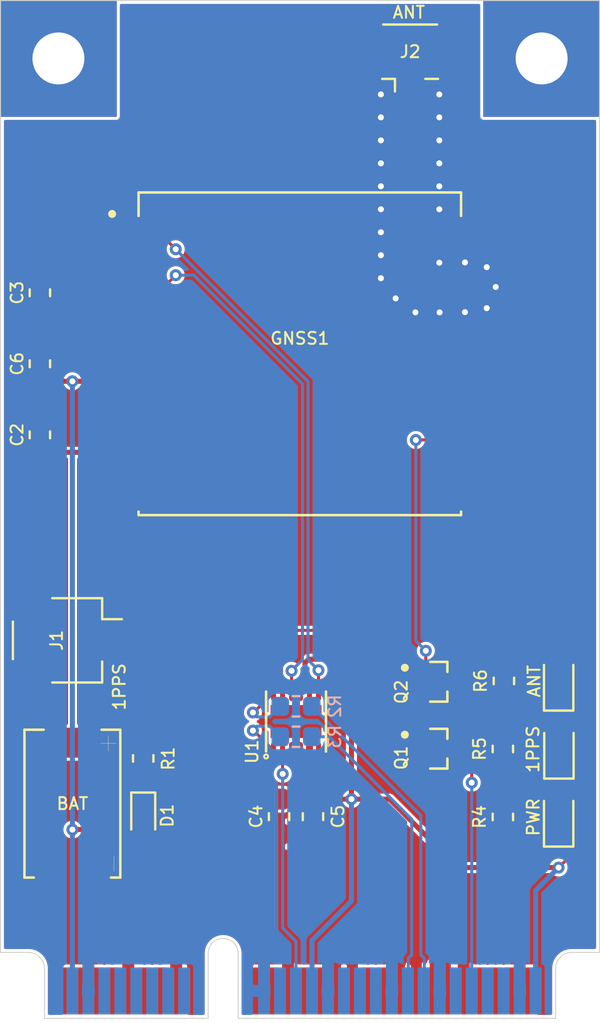
<source format=kicad_pcb>
(kicad_pcb (version 20171130) (host pcbnew "(5.1.6)-1")
  (title_block (rev 1))
  (layers (0 Front signal) (31 Back signal) (34 B.Paste user) (35 F.Paste user hide) (36 B.SilkS user) (37 F.SilkS user) (38 B.Mask user) (39 F.Mask user) (44 Edge.Cuts user))
  (net 0 "")
  (net 1 +BATT)
  (net 2 GND)
  (net 3 +3.3V)
  (net 4 "Net-(D1-Pad1)")
  (net 5 "Net-(GNSS1-Pad10)")
  (net 6 /GPS_TX)
  (net 7 /GPS_RX)
  (net 8 /1PPS)
  (net 9 /EX_ANT)
  (net 10 "Net-(GNSS1-Pad9)")
  (net 11 /AADET_N)
  (net 12 "Net-(GNSS1-Pad7)")
  (net 13 "Net-(LED1-Pad1)")
  (net 14 "Net-(LED2-Pad1)")
  (net 15 "Net-(LED3-Pad1)")
  (net 16 "Net-(PC1-Pad19)")
  (net 17 "Net-(PC1-Pad23)")
  (net 18 "Net-(PC1-Pad25)")
  (net 19 "Net-(PC1-Pad31)")
  (net 20 "Net-(PC1-Pad33)")
  (net 21 "Net-(PC1-Pad45)")
  (net 22 "Net-(PC1-Pad47)")
  (net 23 "Net-(PC1-Pad49)")
  (net 24 "Net-(PC1-Pad51)")
  (net 25 "Net-(PC1-Pad13)")
  (net 26 "Net-(PC1-Pad11)")
  (net 27 "Net-(PC1-Pad7)")
  (net 28 "Net-(PC1-Pad5)")
  (net 29 "Net-(PC1-Pad3)")
  (net 30 "Net-(PC1-Pad1)")
  (net 31 "Net-(PC1-Pad17)")
  (net 32 "Net-(PC1-Pad20)")
  (net 33 /RESET)
  (net 34 "Net-(PC1-Pad28)")
  (net 35 "Net-(PC1-Pad30)")
  (net 36 "Net-(PC1-Pad32)")
  (net 37 /USB_D-)
  (net 38 /USB_D+)
  (net 39 "Net-(PC1-Pad42)")
  (net 40 /LED_WLAN)
  (net 41 "Net-(PC1-Pad46)")
  (net 42 "Net-(PC1-Pad48)")
  (net 43 "Net-(PC1-Pad16)")
  (net 44 "Net-(PC1-Pad14)")
  (net 45 "Net-(PC1-Pad12)")
  (net 46 "Net-(PC1-Pad10)")
  (net 47 "Net-(PC1-Pad8)")
  (net 48 "Net-(PC1-Pad6)")
  (net 49 "Net-(Q2-Pad3)")
  (net 50 /FT_D+)
  (net 51 /FT_D-)
  (net 52 "Net-(U1-Pad8)")
  (net 53 "Net-(U1-Pad6)")
  (module L80:CAP_DSK-3R3H224U-HL (layer Front) (at 125.8 119.25)
    (fp_text reference C1)
    (fp_text value XH414HG hide)
    (fp_text user BAT (at 0 0 180) (layer F.SilkS) (effects (font (size 0.6 0.6) (thickness 0.1))))
    (fp_text user + (at 1.8 -3.1) (layer F.SilkS) (effects (font (size 1.004496 1.004496) (thickness 0.015))))
    (fp_text user - (at 2 3 90) (layer F.SilkS) (effects (font (size 1.004803 1.004803) (thickness 0.015))))
    (fp_line (start 2.4 -3.7) (end 1.46 -3.7) (layer F.SilkS) (width 0.127))
    (fp_line (start 2.4 3.7) (end 2.4 -3.7) (layer F.SilkS) (width 0.127))
    (fp_line (start 1.93 3.7) (end 2.4 3.7) (layer F.SilkS) (width 0.127))
    (fp_line (start -2.4 3.7) (end -1.93 3.7) (layer F.SilkS) (width 0.127))
    (fp_line (start -2.4 -3.7) (end -2.4 3.7) (layer F.SilkS) (width 0.127))
    (fp_line (start -1.44 -3.7) (end -2.4 -3.7) (layer F.SilkS) (width 0.127))
    (pad 2 smd rect (at 0 3.05) (size 3.5 1.5) (layers Front F.Paste F.Mask) (net 2 GND))
    (pad 1 smd rect (at 0 -3.05) (size 2.5 1.5) (layers Front F.Paste F.Mask) (net 1 +BATT))
  )
  (module L80:SON45P300X300X80-13N (layer Front) (at 137 115.141 90)
    (fp_text reference U1 (at -1.509 -2.2 90) (layer F.SilkS) (effects (font (size 0.6 0.6) (thickness 0.1))))
    (fp_text value FT234XD-T)
    (fp_circle (center -1.75 -1.5) (end -1.65 -1.5) (layer F.SilkS) (width 0.1))
    (fp_line (start -1.5 -1.5) (end 1.5 -1.5) (layer F.SilkS) (width 0.127))
    (fp_line (start -1.5 1.5) (end 1.5 1.5) (layer F.SilkS) (width 0.127))
    (pad 13 smd rect (at 0 0 90) (size 1.65 2.55) (layers Front F.Mask) (net 2 GND))
    (pad 12 smd oval (at 1.45 -1.125 90) (size 0.85 0.25) (layers Front F.Paste F.Mask) (net 50 /FT_D+))
    (pad 11 smd oval (at 1.45 -0.675 90) (size 0.85 0.25) (layers Front F.Paste F.Mask) (net 8 /1PPS))
    (pad 10 smd oval (at 1.45 -0.225 90) (size 0.85 0.25) (layers Front F.Paste F.Mask) (net 6 /GPS_TX))
    (pad 9 smd oval (at 1.45 0.225 90) (size 0.85 0.25) (layers Front F.Paste F.Mask) (net 3 +3.3V))
    (pad 8 smd oval (at 1.45 0.675 90) (size 0.85 0.25) (layers Front F.Paste F.Mask) (net 52 "Net-(U1-Pad8)"))
    (pad 7 smd oval (at 1.45 1.125 90) (size 0.85 0.25) (layers Front F.Paste F.Mask) (net 7 /GPS_RX))
    (pad 6 smd oval (at -1.45 1.125 90) (size 0.85 0.25) (layers Front F.Paste F.Mask) (net 53 "Net-(U1-Pad6)"))
    (pad 5 smd oval (at -1.45 0.675 90) (size 0.85 0.25) (layers Front F.Paste F.Mask) (net 2 GND))
    (pad 4 smd oval (at -1.45 0.225 90) (size 0.85 0.25) (layers Front F.Paste F.Mask) (net 3 +3.3V))
    (pad 3 smd oval (at -1.45 -0.225 90) (size 0.85 0.25) (layers Front F.Paste F.Mask) (net 3 +3.3V))
    (pad 2 smd oval (at -1.45 -0.675 90) (size 0.85 0.25) (layers Front F.Paste F.Mask) (net 33 /RESET))
    (pad 1 smd oval (at -1.45 -1.125 90) (size 0.85 0.25) (layers Front F.Paste F.Mask) (net 51 /FT_D-))
  )
  (module "mini-PCIe Cards:mini-PCIe_F1_Full_v517" (layer Front) (at 133.35 130)
    (fp_text reference PC1 hide)
    (fp_text value miniPCIe)
    (fp_arc (start 0 -3.25) (end 0.75 -3.25) (angle -180) (layer Edge.Cuts) (width 0.05))
    (fp_arc (start -9.75 -2.5) (end -8.95 -2.5) (angle -90) (layer Edge.Cuts) (width 0.05))
    (fp_arc (start 17.45 -2.5) (end 16.65 -2.5) (angle 90) (layer Edge.Cuts) (width 0.05))
    (fp_line (start 0.75 0) (end 0.75 -3.25) (layer Edge.Cuts) (width 0.05))
    (fp_line (start -8.95 0) (end -8.95 -2.5) (layer Edge.Cuts) (width 0.05))
    (fp_line (start -11.15 -3.3) (end -9.75 -3.3) (layer Edge.Cuts) (width 0.05))
    (fp_line (start 16.65 0) (end 16.65 -2.5) (layer Edge.Cuts) (width 0.05))
    (fp_line (start 17.45 -3.3) (end 18.85 -3.3) (layer Edge.Cuts) (width 0.05))
    (fp_line (start -0.75 0) (end -8.95 0) (layer Edge.Cuts) (width 0.05))
    (fp_line (start -11.15 -50.95) (end 18.85 -50.95) (layer Edge.Cuts) (width 0.05))
    (fp_line (start 18.85 -3.3) (end 18.85 -50.95) (layer Edge.Cuts) (width 0.05))
    (fp_line (start -11.15 -3.3) (end -11.15 -50.95) (layer Edge.Cuts) (width 0.05))
    (fp_line (start 0.75 0) (end 16.65 0) (layer Edge.Cuts) (width 0.05))
    (fp_line (start -0.75 0) (end -0.75 -3.25) (layer Edge.Cuts) (width 0.05))
    (fp_poly (pts (xy 18.85 -45.15) (xy 13.05 -45.15) (xy 13.05 -50.95) (xy 18.85 -50.95)) (layer Front) (width 0.05))
    (fp_poly (pts (xy -5.35 -45.15) (xy -11.15 -45.15) (xy -11.15 -50.95) (xy -5.35 -50.95)) (layer Front) (width 0.05))
    (fp_poly (pts (xy -5.35 -45.15) (xy -11.15 -45.15) (xy -11.15 -50.95) (xy -5.35 -50.95)) (layer Back) (width 0.05))
    (fp_poly (pts (xy 18.85 -45.15) (xy 13.05 -45.15) (xy 13.05 -50.95) (xy 18.85 -50.95)) (layer Back) (width 0.05))
    (pad "" np_thru_hole circle (at -8.25 -48.05) (size 2.6 2.6) (drill 2.6) (layers *.Cu))
    (pad "" np_thru_hole circle (at 15.95 -48.05) (size 2.6 2.6) (drill 2.6) (layers *.Cu))
    (pad 15 smd rect (at -2.35 -1.375) (size 0.6 2.35) (layers Front F.Mask) (net 2 GND))
    (pad 19 smd rect (at 2.45 -1.375) (size 0.6 2.35) (layers Front F.Mask) (net 16 "Net-(PC1-Pad19)"))
    (pad 21 smd rect (at 3.25 -1.375) (size 0.6 2.35) (layers Front F.Mask) (net 2 GND))
    (pad 23 smd rect (at 4.05 -1.375) (size 0.6 2.35) (layers Front F.Mask) (net 17 "Net-(PC1-Pad23)"))
    (pad 25 smd rect (at 4.85 -1.375) (size 0.6 2.35) (layers Front F.Mask) (net 18 "Net-(PC1-Pad25)"))
    (pad 27 smd rect (at 5.65 -1.375) (size 0.6 2.35) (layers Front F.Mask) (net 2 GND))
    (pad 29 smd rect (at 6.45 -1.375) (size 0.6 2.35) (layers Front F.Mask) (net 2 GND))
    (pad 31 smd rect (at 7.25 -1.375) (size 0.6 2.35) (layers Front F.Mask) (net 19 "Net-(PC1-Pad31)"))
    (pad 33 smd rect (at 8.05 -1.375) (size 0.6 2.35) (layers Front F.Mask) (net 20 "Net-(PC1-Pad33)"))
    (pad 35 smd rect (at 8.85 -1.375) (size 0.6 2.35) (layers Front F.Mask) (net 2 GND))
    (pad 37 smd rect (at 9.65 -1.375) (size 0.6 2.35) (layers Front F.Mask) (net 2 GND))
    (pad 39 smd rect (at 10.45 -1.375) (size 0.6 2.35) (layers Front F.Mask) (net 3 +3.3V))
    (pad 41 smd rect (at 11.25 -1.375) (size 0.6 2.35) (layers Front F.Mask) (net 3 +3.3V))
    (pad 43 smd rect (at 12.05 -1.375) (size 0.6 2.35) (layers Front F.Mask) (net 2 GND))
    (pad 45 smd rect (at 12.85 -1.375) (size 0.6 2.35) (layers Front F.Mask) (net 21 "Net-(PC1-Pad45)"))
    (pad 47 smd rect (at 13.65 -1.375) (size 0.6 2.35) (layers Front F.Mask) (net 22 "Net-(PC1-Pad47)"))
    (pad 49 smd rect (at 14.45 -1.375) (size 0.6 2.35) (layers Front F.Mask) (net 23 "Net-(PC1-Pad49)"))
    (pad 51 smd rect (at 15.25 -1.375) (size 0.6 2.35) (layers Front F.Mask) (net 24 "Net-(PC1-Pad51)"))
    (pad 13 smd rect (at -3.15 -1.375) (size 0.6 2.35) (layers Front F.Mask) (net 25 "Net-(PC1-Pad13)"))
    (pad 11 smd rect (at -3.95 -1.375) (size 0.6 2.35) (layers Front F.Mask) (net 26 "Net-(PC1-Pad11)"))
    (pad 9 smd rect (at -4.75 -1.375) (size 0.6 2.35) (layers Front F.Mask) (net 2 GND))
    (pad 7 smd rect (at -5.55 -1.375) (size 0.6 2.35) (layers Front F.Mask) (net 27 "Net-(PC1-Pad7)"))
    (pad 5 smd rect (at -6.35 -1.375) (size 0.6 2.35) (layers Front F.Mask) (net 28 "Net-(PC1-Pad5)"))
    (pad 3 smd rect (at -7.15 -1.375) (size 0.6 2.35) (layers Front F.Mask) (net 29 "Net-(PC1-Pad3)"))
    (pad 1 smd rect (at -7.95 -1.375) (size 0.6 2.35) (layers Front F.Mask) (net 30 "Net-(PC1-Pad1)"))
    (pad 17 smd rect (at 1.65 -1.375) (size 0.6 2.35) (layers Front F.Mask) (net 31 "Net-(PC1-Pad17)"))
    (pad 18 smd rect (at 2.05 -1.375) (size 0.6 2.35) (layers Back B.Mask) (net 2 GND))
    (pad 20 smd rect (at 2.85 -1.375) (size 0.6 2.35) (layers Back B.Mask) (net 32 "Net-(PC1-Pad20)"))
    (pad 22 smd rect (at 3.65 -1.375) (size 0.6 2.35) (layers Back B.Mask) (net 33 /RESET))
    (pad 24 smd rect (at 4.45 -1.375) (size 0.6 2.35) (layers Back B.Mask) (net 3 +3.3V))
    (pad 26 smd rect (at 5.25 -1.375) (size 0.6 2.35) (layers Back B.Mask) (net 2 GND))
    (pad 28 smd rect (at 6.05 -1.375) (size 0.6 2.35) (layers Back B.Mask) (net 34 "Net-(PC1-Pad28)"))
    (pad 30 smd rect (at 6.85 -1.375) (size 0.6 2.35) (layers Back B.Mask) (net 35 "Net-(PC1-Pad30)"))
    (pad 32 smd rect (at 7.65 -1.375) (size 0.6 2.35) (layers Back B.Mask) (net 36 "Net-(PC1-Pad32)"))
    (pad 34 smd rect (at 8.45 -1.375) (size 0.6 2.35) (layers Back B.Mask) (net 2 GND))
    (pad 36 smd rect (at 9.25 -1.375) (size 0.6 2.35) (layers Back B.Mask) (net 37 /USB_D-))
    (pad 38 smd rect (at 10.05 -1.375) (size 0.6 2.35) (layers Back B.Mask) (net 38 /USB_D+))
    (pad 40 smd rect (at 10.85 -1.375) (size 0.6 2.35) (layers Back B.Mask) (net 2 GND))
    (pad 42 smd rect (at 11.65 -1.375) (size 0.6 2.35) (layers Back B.Mask) (net 39 "Net-(PC1-Pad42)"))
    (pad 44 smd rect (at 12.45 -1.375) (size 0.6 2.35) (layers Back B.Mask) (net 40 /LED_WLAN))
    (pad 46 smd rect (at 13.25 -1.375) (size 0.6 2.35) (layers Back B.Mask) (net 41 "Net-(PC1-Pad46)"))
    (pad 48 smd rect (at 14.05 -1.375) (size 0.6 2.35) (layers Back B.Mask) (net 42 "Net-(PC1-Pad48)"))
    (pad 50 smd rect (at 14.85 -1.375) (size 0.6 2.35) (layers Back B.Mask) (net 2 GND))
    (pad 52 smd rect (at 15.65 -1.375) (size 0.6 2.35) (layers Back B.Mask) (net 3 +3.3V))
    (pad 16 smd rect (at -1.95 -1.375) (size 0.6 2.35) (layers Back B.Mask) (net 43 "Net-(PC1-Pad16)"))
    (pad 14 smd rect (at -2.75 -1.375) (size 0.6 2.35) (layers Back B.Mask) (net 44 "Net-(PC1-Pad14)"))
    (pad 12 smd rect (at -3.55 -1.375) (size 0.6 2.35) (layers Back B.Mask) (net 45 "Net-(PC1-Pad12)"))
    (pad 10 smd rect (at -4.35 -1.375) (size 0.6 2.35) (layers Back B.Mask) (net 46 "Net-(PC1-Pad10)"))
    (pad 8 smd rect (at -5.15 -1.375) (size 0.6 2.35) (layers Back B.Mask) (net 47 "Net-(PC1-Pad8)"))
    (pad 6 smd rect (at -5.95 -1.375) (size 0.6 2.35) (layers Back B.Mask) (net 48 "Net-(PC1-Pad6)"))
    (pad 4 smd rect (at -6.75 -1.375) (size 0.6 2.35) (layers Back B.Mask) (net 2 GND))
    (pad 2 smd rect (at -7.55 -1.375) (size 0.6 2.35) (layers Back B.Mask) (net 3 +3.3V))
  )
  (module Resistor_SMD:R_0603_1608Metric (layer Back) (at 137 115.903 180)
    (fp_text reference R3 (at -1.9431 0 90) (layer B.SilkS) (effects (font (size 0.6 0.6) (thickness 0.1)) (justify mirror)))
    (fp_text value 27R)
    (fp_line (start -0.162779 -0.51) (end 0.162779 -0.51) (layer B.SilkS) (width 0.12))
    (fp_line (start -0.162779 0.51) (end 0.162779 0.51) (layer B.SilkS) (width 0.12))
    (pad 1 smd roundrect (at -0.7875 0 180) (size 0.875 0.95) (layers Back B.Paste B.Mask) (net 37 /USB_D-))
    (pad 2 smd roundrect (at 0.7875 0 180) (size 0.875 0.95) (layers Back B.Paste B.Mask) (net 51 /FT_D-))
  )
  (module LED_SMD:LED_0603_1608Metric (layer Front) (at 150.166 116.512 90)
    (fp_text reference LED2 hide)
    (fp_text value 1PPS (at -0.0127 -1.2954 90) (layer F.SilkS) (effects (font (size 0.6 0.6) (thickness 0.1))))
    (fp_line (start -1.485 0.735) (end 0.8 0.735) (layer F.SilkS) (width 0.12))
    (fp_line (start -1.485 -0.735) (end -1.485 0.735) (layer F.SilkS) (width 0.12))
    (fp_line (start 0.8 -0.735) (end -1.485 -0.735) (layer F.SilkS) (width 0.12))
    (pad 1 smd roundrect (at -0.7875 0 90) (size 0.875 0.95) (layers Front F.Paste F.Mask) (net 14 "Net-(LED2-Pad1)"))
    (pad 2 smd roundrect (at 0.7875 0 90) (size 0.875 0.95) (layers Front F.Paste F.Mask) (net 3 +3.3V))
  )
  (module Connector_Coaxial:U.FL_Hirose_U.FL-R-SMT-1_Vertical (layer Front) (at 142.715 81.613 90)
    (fp_text reference J2 (at 0 0 unlocked) (layer F.SilkS) (effects (font (size 0.6 0.6) (thickness 0.1))))
    (fp_text value ANT (at 1.9675 -0.0635 180) (layer F.SilkS) (effects (font (size 0.6 0.6) (thickness 0.1))))
    (fp_line (start 1.36 -1.35) (end 1.36 1.35) (layer F.SilkS) (width 0.12))
    (fp_line (start -1.36 -0.76) (end -1.99 -0.76) (layer F.SilkS) (width 0.12))
    (fp_line (start -1.36 1.4) (end -1.36 0.76) (layer F.SilkS) (width 0.12))
    (fp_line (start -1.36 -1.4) (end -1.36 -0.76) (layer F.SilkS) (width 0.12))
    (pad 2 smd rect (at 0 1.475 90) (size 2.2 1.05) (layers Front F.Paste F.Mask) (net 2 GND))
    (pad 1 smd rect (at -1.525 0 90) (size 1.05 1) (layers Front F.Paste F.Mask) (net 9 /EX_ANT))
    (pad 2 smd rect (at 0 -1.475 90) (size 2.2 1.05) (layers Front F.Paste F.Mask) (net 2 GND))
  )
  (module L80:Q-EMT3 (layer Front) (at 144.15 113.15)
    (fp_text reference Q2 (at -1.8796 0.508 270) (layer F.SilkS) (effects (font (size 0.6 0.6) (thickness 0.1))))
    (fp_text value DTA043T)
    (fp_circle (center -1.7 -0.7) (end -1.6 -0.7) (layer F.SilkS) (width 0.2))
    (fp_line (start 0.43 0.995) (end -0.43 0.995) (layer F.SilkS) (width 0.127))
    (fp_line (start 0.43 0.495) (end 0.43 0.995) (layer F.SilkS) (width 0.127))
    (fp_line (start 0.43 -0.995) (end -0.43 -0.995) (layer F.SilkS) (width 0.127))
    (fp_line (start 0.43 -0.495) (end 0.43 -0.995) (layer F.SilkS) (width 0.127))
    (pad 3 smd rect (at 0.66 0) (size 0.81 0.35) (layers Front F.Paste F.Mask) (net 49 "Net-(Q2-Pad3)"))
    (pad 2 smd rect (at -0.66 0.5) (size 0.81 0.35) (layers Front F.Paste F.Mask) (net 2 GND))
    (pad 1 smd rect (at -0.66 -0.5) (size 0.81 0.35) (layers Front F.Paste F.Mask) (net 11 /AADET_N))
  )
  (module L80:XCVR_LC86L (layer Front) (at 137.19 97.234)
    (fp_text reference GNSS1 (at 0 -1.27) (layer F.SilkS) (effects (font (size 0.6 0.6) (thickness 0.1))))
    (fp_text value LC86L)
    (fp_line (start -8.075 -8.575) (end 8.075 -8.575) (layer F.SilkS) (width 0.127))
    (fp_line (start 8.075 7.575) (end -8.075 7.575) (layer F.SilkS) (width 0.127))
    (fp_line (start -8.075 -8.575) (end -8.075 -7.4) (layer F.SilkS) (width 0.127))
    (fp_line (start 8.075 -8.575) (end 8.075 -7.4) (layer F.SilkS) (width 0.127))
    (fp_line (start 8.075 7.575) (end 8.075 7.4) (layer F.SilkS) (width 0.127))
    (fp_line (start -8.075 7.575) (end -8.075 7.4) (layer F.SilkS) (width 0.127))
    (fp_circle (center -9.4 -7.5) (end -9.3 -7.5) (layer F.SilkS) (width 0.2))
    (pad 3 smd oval (at -7.75 -1.27) (size 2.5 1) (layers Front F.Mask) (net 2 GND))
    (pad 10 smd oval (at 7.75 -1.27) (size 2.5 1) (layers Front F.Mask) (net 5 "Net-(GNSS1-Pad10)"))
    (pad 4 smd oval (at -7.75 1.27) (size 2.5 1) (layers Front F.Mask) (net 3 +3.3V))
    (pad 2 smd oval (at -7.75 -3.81) (size 2.5 1) (layers Front F.Mask) (net 6 /GPS_TX))
    (pad 1 smd oval (at -7.75 -6.35) (size 2.5 1) (layers Front F.Mask) (net 7 /GPS_RX))
    (pad 5 smd oval (at -7.75 3.81) (size 2.5 1) (layers Front F.Mask) (net 1 +BATT))
    (pad 6 smd oval (at -7.75 6.35) (size 2.5 1) (layers Front F.Mask) (net 8 /1PPS))
    (pad 11 smd oval (at 7.75 -3.81) (size 2.5 1) (layers Front F.Mask) (net 9 /EX_ANT))
    (pad 12 smd oval (at 7.75 -6.35) (size 2.5 1) (layers Front F.Mask) (net 2 GND))
    (pad 9 smd oval (at 7.75 1.27) (size 2.5 1) (layers Front F.Mask) (net 10 "Net-(GNSS1-Pad9)"))
    (pad 8 smd oval (at 7.75 3.81) (size 2.5 1) (layers Front F.Mask) (net 11 /AADET_N))
    (pad 7 smd oval (at 7.75 6.35) (size 2.5 1) (layers Front F.Mask) (net 12 "Net-(GNSS1-Pad7)"))
  )
  (module Connector_JST:JST_SH_SM02B-SRSS-TB_1x02-1MP_P1.00mm_Horizontal (layer Front) (at 125.506 111.077 270)
    (fp_text reference J1 (at 0 0.5 90) (layer F.SilkS) (effects (font (size 0.6 0.6) (thickness 0.1))))
    (fp_text value 1PPS (at 2.323 -2.644 270) (layer F.SilkS) (effects (font (size 0.6 0.6) (thickness 0.1))))
    (fp_line (start -0.94 2.685) (end 0.94 2.685) (layer F.SilkS) (width 0.12))
    (fp_line (start 2.11 -1.785) (end 1.06 -1.785) (layer F.SilkS) (width 0.12))
    (fp_line (start 2.11 0.715) (end 2.11 -1.785) (layer F.SilkS) (width 0.12))
    (fp_line (start -1.06 -1.785) (end -1.06 -2.775) (layer F.SilkS) (width 0.12))
    (fp_line (start -2.11 -1.785) (end -1.06 -1.785) (layer F.SilkS) (width 0.12))
    (fp_line (start -2.11 0.715) (end -2.11 -1.785) (layer F.SilkS) (width 0.12))
    (pad 1 smd roundrect (at -0.5 -2 270) (size 0.6 1.55) (layers Front F.Paste F.Mask) (net 8 /1PPS))
    (pad 2 smd roundrect (at 0.5 -2 270) (size 0.6 1.55) (layers Front F.Paste F.Mask) (net 2 GND))
    (pad MP smd roundrect (at -1.8 1.875 270) (size 1.2 1.8) (layers Front F.Paste F.Mask) (roundrect_rratio 0.208333))
    (pad MP smd roundrect (at 1.8 1.875 270) (size 1.2 1.8) (layers Front F.Paste F.Mask) (roundrect_rratio 0.208333))
  )
  (module LED_SMD:LED_0603_1608Metric (layer Front) (at 150.153 113.108 90)
    (fp_text reference LED3 hide)
    (fp_text value ANT (at -0.0127 -1.2319 90) (layer F.SilkS) (effects (font (size 0.6 0.6) (thickness 0.1))))
    (fp_line (start -1.485 0.735) (end 0.8 0.735) (layer F.SilkS) (width 0.12))
    (fp_line (start -1.485 -0.735) (end -1.485 0.735) (layer F.SilkS) (width 0.12))
    (fp_line (start 0.8 -0.735) (end -1.485 -0.735) (layer F.SilkS) (width 0.12))
    (pad 1 smd roundrect (at -0.7875 0 90) (size 0.875 0.95) (layers Front F.Paste F.Mask) (net 15 "Net-(LED3-Pad1)"))
    (pad 2 smd roundrect (at 0.7875 0 90) (size 0.875 0.95) (layers Front F.Paste F.Mask) (net 3 +3.3V))
  )
  (module LED_SMD:LED_0603_1608Metric (layer Front) (at 150.153 119.915 90)
    (fp_text reference LED1)
    (fp_text value PWR (at -0.0127 -1.27 90) (layer F.SilkS) (effects (font (size 0.6 0.6) (thickness 0.1))))
    (fp_line (start -1.485 0.735) (end 0.8 0.735) (layer F.SilkS) (width 0.12))
    (fp_line (start -1.485 -0.735) (end -1.485 0.735) (layer F.SilkS) (width 0.12))
    (fp_line (start 0.8 -0.735) (end -1.485 -0.735) (layer F.SilkS) (width 0.12))
    (pad 1 smd roundrect (at -0.7875 0 90) (size 0.875 0.95) (layers Front F.Paste F.Mask) (net 13 "Net-(LED1-Pad1)"))
    (pad 2 smd roundrect (at 0.7875 0 90) (size 0.875 0.95) (layers Front F.Paste F.Mask) (net 3 +3.3V))
  )
  (module Resistor_SMD:R_0603_1608Metric (layer Front) (at 147.41 113.108 90)
    (fp_text reference R6 (at 0 -1.1684 270) (layer F.SilkS) (effects (font (size 0.6 0.6) (thickness 0.1))))
    (fp_text value 1K)
    (fp_line (start -0.162779 0.51) (end 0.162779 0.51) (layer F.SilkS) (width 0.12))
    (fp_line (start -0.162779 -0.51) (end 0.162779 -0.51) (layer F.SilkS) (width 0.12))
    (pad 1 smd roundrect (at -0.7875 0 90) (size 0.875 0.95) (layers Front F.Paste F.Mask) (net 15 "Net-(LED3-Pad1)"))
    (pad 2 smd roundrect (at 0.7875 0 90) (size 0.875 0.95) (layers Front F.Paste F.Mask) (net 49 "Net-(Q2-Pad3)"))
  )
  (module L80:Q-EMT3 (layer Front) (at 144.15 116.5)
    (fp_text reference Q1 (at -1.8796 0.4572 270) (layer F.SilkS) (effects (font (size 0.6 0.6) (thickness 0.1))))
    (fp_text value DTC143Z)
    (fp_line (start 0.43 -0.495) (end 0.43 -0.995) (layer F.SilkS) (width 0.127))
    (fp_line (start 0.43 -0.995) (end -0.43 -0.995) (layer F.SilkS) (width 0.127))
    (fp_line (start 0.43 0.495) (end 0.43 0.995) (layer F.SilkS) (width 0.127))
    (fp_line (start 0.43 0.995) (end -0.43 0.995) (layer F.SilkS) (width 0.127))
    (fp_circle (center -1.7 -0.7) (end -1.6 -0.7) (layer F.SilkS) (width 0.2))
    (pad 1 smd rect (at -0.66 -0.5) (size 0.81 0.35) (layers Front F.Paste F.Mask) (net 8 /1PPS))
    (pad 2 smd rect (at -0.66 0.5) (size 0.81 0.35) (layers Front F.Paste F.Mask) (net 2 GND))
    (pad 3 smd rect (at 0.66 0) (size 0.81 0.35) (layers Front F.Paste F.Mask) (net 40 /LED_WLAN))
  )
  (module Resistor_SMD:R_0603_1608Metric (layer Front) (at 147.359 116.512 90)
    (fp_text reference R5 (at 0 -1.1684 270) (layer F.SilkS) (effects (font (size 0.6 0.6) (thickness 0.1))))
    (fp_text value 1K)
    (fp_line (start -0.162779 0.51) (end 0.162779 0.51) (layer F.SilkS) (width 0.12))
    (fp_line (start -0.162779 -0.51) (end 0.162779 -0.51) (layer F.SilkS) (width 0.12))
    (pad 1 smd roundrect (at -0.7875 0 90) (size 0.875 0.95) (layers Front F.Paste F.Mask) (net 14 "Net-(LED2-Pad1)"))
    (pad 2 smd roundrect (at 0.7875 0 90) (size 0.875 0.95) (layers Front F.Paste F.Mask) (net 40 /LED_WLAN))
  )
  (module Resistor_SMD:R_0603_1608Metric (layer Front) (at 147.359 119.915 90)
    (fp_text reference R4 (at 0 -1.1684 90) (layer F.SilkS) (effects (font (size 0.6 0.6) (thickness 0.1))))
    (fp_text value 1K)
    (fp_line (start -0.162779 0.51) (end 0.162779 0.51) (layer F.SilkS) (width 0.12))
    (fp_line (start -0.162779 -0.51) (end 0.162779 -0.51) (layer F.SilkS) (width 0.12))
    (pad 1 smd roundrect (at -0.7875 0 90) (size 0.875 0.95) (layers Front F.Paste F.Mask) (net 13 "Net-(LED1-Pad1)"))
    (pad 2 smd roundrect (at 0.7875 0 90) (size 0.875 0.95) (layers Front F.Paste F.Mask) (net 2 GND))
  )
  (module Resistor_SMD:R_0603_1608Metric (layer Front) (at 129.348 116.987 90)
    (fp_text reference R1 (at -0.013 1.252 270) (layer F.SilkS) (effects (font (size 0.6 0.6) (thickness 0.1))))
    (fp_text value 1K)
    (fp_line (start -0.162779 -0.51) (end 0.162779 -0.51) (layer F.SilkS) (width 0.12))
    (fp_line (start -0.162779 0.51) (end 0.162779 0.51) (layer F.SilkS) (width 0.12))
    (pad 2 smd roundrect (at 0.7875 0 90) (size 0.875 0.95) (layers Front F.Paste F.Mask) (net 1 +BATT))
    (pad 1 smd roundrect (at -0.7875 0 90) (size 0.875 0.95) (layers Front F.Paste F.Mask) (net 4 "Net-(D1-Pad1)"))
  )
  (module Diode_SMD:D_SOD-523 (layer Front) (at 129.348 119.845 270)
    (fp_text reference D1 (at 0.005 -1.202 90) (layer F.SilkS) (effects (font (size 0.6 0.6) (thickness 0.1))))
    (fp_text value RB520S30T1G)
    (fp_line (start 0.7 0.6) (end -1.15 0.6) (layer F.SilkS) (width 0.12))
    (fp_line (start 0.7 -0.6) (end -1.15 -0.6) (layer F.SilkS) (width 0.12))
    (fp_line (start -1.15 -0.6) (end -1.15 0.6) (layer F.SilkS) (width 0.12))
    (pad 1 smd rect (at -0.7 0 90) (size 0.6 0.7) (layers Front F.Paste F.Mask) (net 4 "Net-(D1-Pad1)"))
    (pad 2 smd rect (at 0.7 0 90) (size 0.6 0.7) (layers Front F.Paste F.Mask) (net 3 +3.3V))
  )
  (module Capacitor_SMD:C_0603_1608Metric_Pad1.05x0.95mm_HandSolder (layer Front) (at 137.85 119.9 90)
    (fp_text reference C5 (at 0 1.25 270) (layer F.SilkS) (effects (font (size 0.6 0.6) (thickness 0.1))))
    (fp_text value 10uF)
    (fp_line (start -0.171267 -0.51) (end 0.171267 -0.51) (layer F.SilkS) (width 0.12))
    (fp_line (start -0.171267 0.51) (end 0.171267 0.51) (layer F.SilkS) (width 0.12))
    (pad 1 smd roundrect (at -0.875 0 90) (size 1.05 0.95) (layers Front F.Paste F.Mask) (net 2 GND))
    (pad 2 smd roundrect (at 0.875 0 90) (size 1.05 0.95) (layers Front F.Paste F.Mask) (net 3 +3.3V))
  )
  (module Capacitor_SMD:C_0603_1608Metric_Pad1.05x0.95mm_HandSolder (layer Front) (at 124.173 100.79 90)
    (fp_text reference C2 (at 0 -1.143 90) (layer F.SilkS) (effects (font (size 0.6 0.6) (thickness 0.1))))
    (fp_text value 4.7uF)
    (fp_line (start -0.171267 -0.51) (end 0.171267 -0.51) (layer F.SilkS) (width 0.12))
    (fp_line (start -0.171267 0.51) (end 0.171267 0.51) (layer F.SilkS) (width 0.12))
    (pad 1 smd roundrect (at -0.875 0 90) (size 1.05 0.95) (layers Front F.Paste F.Mask) (net 1 +BATT))
    (pad 2 smd roundrect (at 0.875 0 90) (size 1.05 0.95) (layers Front F.Paste F.Mask) (net 2 GND))
  )
  (module Capacitor_SMD:C_0603_1608Metric_Pad1.05x0.95mm_HandSolder (layer Front) (at 136.15 119.9 270)
    (fp_text reference C4 (at 0 1.15 90) (layer F.SilkS) (effects (font (size 0.6 0.6) (thickness 0.1))))
    (fp_text value 100nF)
    (fp_line (start -0.171267 -0.51) (end 0.171267 -0.51) (layer F.SilkS) (width 0.12))
    (fp_line (start -0.171267 0.51) (end 0.171267 0.51) (layer F.SilkS) (width 0.12))
    (pad 1 smd roundrect (at -0.875 0 270) (size 1.05 0.95) (layers Front F.Paste F.Mask) (net 3 +3.3V))
    (pad 2 smd roundrect (at 0.875 0 270) (size 1.05 0.95) (layers Front F.Paste F.Mask) (net 2 GND))
  )
  (module Capacitor_SMD:C_0603_1608Metric_Pad1.05x0.95mm_HandSolder (layer Front) (at 124.173 93.678 90)
    (fp_text reference C3 (at 0 -1.143 90) (layer F.SilkS) (effects (font (size 0.6 0.6) (thickness 0.1))))
    (fp_text value 100nF)
    (fp_line (start -0.171267 -0.51) (end 0.171267 -0.51) (layer F.SilkS) (width 0.12))
    (fp_line (start -0.171267 0.51) (end 0.171267 0.51) (layer F.SilkS) (width 0.12))
    (pad 1 smd roundrect (at -0.875 0 90) (size 1.05 0.95) (layers Front F.Paste F.Mask) (net 1 +BATT))
    (pad 2 smd roundrect (at 0.875 0 90) (size 1.05 0.95) (layers Front F.Paste F.Mask) (net 2 GND))
  )
  (module Capacitor_SMD:C_0603_1608Metric_Pad1.05x0.95mm_HandSolder (layer Front) (at 124.173 97.234 90)
    (fp_text reference C6 (at 0 -1.143 90) (layer F.SilkS) (effects (font (size 0.6 0.6) (thickness 0.1))))
    (fp_text value 100nF)
    (fp_line (start -0.171267 -0.51) (end 0.171267 -0.51) (layer F.SilkS) (width 0.12))
    (fp_line (start -0.171267 0.51) (end 0.171267 0.51) (layer F.SilkS) (width 0.12))
    (pad 1 smd roundrect (at -0.875 0 90) (size 1.05 0.95) (layers Front F.Paste F.Mask) (net 3 +3.3V))
    (pad 2 smd roundrect (at 0.875 0 90) (size 1.05 0.95) (layers Front F.Paste F.Mask) (net 2 GND))
  )
  (module Resistor_SMD:R_0603_1608Metric (layer Back) (at 137 114.379)
    (fp_text reference R2 (at 1.9431 0 90) (layer B.SilkS) (effects (font (size 0.6 0.6) (thickness 0.1)) (justify mirror)))
    (fp_text value 27R)
    (fp_line (start -0.162779 -0.51) (end 0.162779 -0.51) (layer B.SilkS) (width 0.12))
    (fp_line (start -0.162779 0.51) (end 0.162779 0.51) (layer B.SilkS) (width 0.12))
    (pad 1 smd roundrect (at -0.7875 0) (size 0.875 0.95) (layers Back B.Paste B.Mask) (net 50 /FT_D+))
    (pad 2 smd roundrect (at 0.7875 0) (size 0.875 0.95) (layers Back B.Paste B.Mask) (net 38 /USB_D+))
  )
  (via (at 143 101.05) (size 0.6) (drill 0.3) (layers Front Back) (net 11))
  (via (at 141.99 93.96) (size 0.6) (drill 0.3) (layers Front Back) (net 2))
  (via (at 141.25 88.35) (size 0.6) (drill 0.3) (layers Front Back) (net 2))
  (via (at 141.25 87.2) (size 0.6) (drill 0.3) (layers Front Back) (net 2))
  (via (at 141.25 84.9) (size 0.6) (drill 0.3) (layers Front Back) (net 2))
  (via (at 141.25 86.05) (size 0.6) (drill 0.3) (layers Front Back) (net 2))
  (via (at 141.25 92.95) (size 0.6) (drill 0.3) (layers Front Back) (net 2))
  (via (at 141.25 90.65) (size 0.6) (drill 0.3) (layers Front Back) (net 2))
  (via (at 141.25 91.8) (size 0.6) (drill 0.3) (layers Front Back) (net 2))
  (via (at 144.19 94.66) (size 0.6) (drill 0.3) (layers Front Back) (net 2))
  (via (at 130.975 91.5) (size 0.6) (drill 0.3) (layers Front Back) (net 7))
  (via (at 130.975 92.8) (size 0.6) (drill 0.3) (layers Front Back) (net 6))
  (segment (start 144.444 81.739) (end 144.444 82.1616) (width 0.254) (layer Front) (net 2))
  (segment (start 142.223 128.0246) (end 142.223 127.6625) (width 0.254) (layer Front) (net 2))
  (segment (start 142.223 128.752) (end 142.223 128.0246) (width 0.254) (layer Front) (net 2))
  (segment (start 137.675 115.816) (end 137.675 116.591) (width 0.254) (layer Front) (net 2))
  (segment (start 137 115.141) (end 137.675 115.816) (width 0.254) (layer Front) (net 2))
  (segment (start 124.173 93.2368) (end 124.1466 93.2632) (width 0.254) (layer Front) (net 2))
  (segment (start 123.698 96.359) (end 123.30941 96.74759) (width 0.254) (layer Front) (net 2))
  (segment (start 123.30941 96.74759) (end 123.30941 99.52641) (width 0.254) (layer Front) (net 2))
  (segment (start 124.173 96.359) (end 123.698 96.359) (width 0.254) (layer Front) (net 2))
  (segment (start 123.698 99.915) (end 124.173 99.915) (width 0.254) (layer Front) (net 2))
  (segment (start 123.30941 99.52641) (end 123.698 99.915) (width 0.254) (layer Front) (net 2))
  (segment (start 124.173 92.803) (end 124.173 93.2368) (width 0.254) (layer Front) (net 2))
  (segment (start 126.4346 101.665) (end 127.0556 101.044) (width 0.254) (layer Front) (net 1))
  (segment (start 125.81 101.665) (end 126.4346 101.665) (width 0.254) (layer Front) (net 1))
  (segment (start 129.348 116.199) (end 129.3485 116.199) (width 0.254) (layer Front) (net 1))
  (segment (start 122.903 100.5042) (end 122.903 95.7138) (width 0.254) (layer Front) (net 1))
  (segment (start 127.0556 101.044) (end 129.44 101.044) (width 0.254) (layer Front) (net 1))
  (segment (start 129.3485 116.199) (end 129.348 116.1995) (width 0.254) (layer Front) (net 1))
  (segment (start 124.173 101.665) (end 125.81 101.665) (width 0.254) (layer Front) (net 1))
  (segment (start 124.0638 94.553) (end 122.903 95.7138) (width 0.254) (layer Front) (net 1))
  (segment (start 124.0638 101.665) (end 122.903 100.5042) (width 0.254) (layer Front) (net 1))
  (segment (start 124.173 101.665) (end 124.0638 101.665) (width 0.254) (layer Front) (net 1))
  (segment (start 124.173 94.553) (end 124.0638 94.553) (width 0.254) (layer Front) (net 1))
  (segment (start 125.7005 116.1995) (end 125.7 116.2) (width 0.1524) (layer Front) (net 1))
  (segment (start 129.248 116.1995) (end 125.7005 116.1995) (width 0.1524) (layer Front) (net 1))
  (segment (start 125.81 116.09) (end 125.7 116.2) (width 0.1524) (layer Front) (net 1))
  (segment (start 125.81 101.665) (end 125.81 116.09) (width 0.1524) (layer Front) (net 1))
  (via (at 144.175 83.75) (size 0.6) (drill 0.3) (layers Front Back) (net 2))
  (via (at 144.175 84.9) (size 0.6) (drill 0.3) (layers Front Back) (net 2))
  (via (at 144.175 86.05) (size 0.6) (drill 0.3) (layers Front Back) (net 2))
  (via (at 144.175 87.2) (size 0.6) (drill 0.3) (layers Front Back) (net 2))
  (via (at 144.175 88.35) (size 0.6) (drill 0.3) (layers Front Back) (net 2))
  (via (at 144.175 89.5) (size 0.6) (drill 0.3) (layers Front Back) (net 2))
  (via (at 144.175 92.175) (size 0.6) (drill 0.3) (layers Front Back) (net 2))
  (via (at 141.25 83.75) (size 0.6) (drill 0.3) (layers Front Back) (net 2))
  (via (at 141.25 89.5) (size 0.6) (drill 0.3) (layers Front Back) (net 2))
  (via (at 142.98 94.66) (size 0.6) (drill 0.3) (layers Front Back) (net 2))
  (via (at 145.46 92.16) (size 0.6) (drill 0.3) (layers Front Back) (net 2))
  (via (at 145.46 94.65) (size 0.6) (drill 0.3) (layers Front Back) (net 2))
  (via (at 147 93.39) (size 0.6) (drill 0.3) (layers Front Back) (net 2))
  (via (at 146.55 92.4) (size 0.6) (drill 0.3) (layers Front Back) (net 2))
  (via (at 146.55 94.45) (size 0.6) (drill 0.3) (layers Front Back) (net 2))
  (segment (start 129.44 95.964) (end 127.336 95.964) (width 0.254) (layer Front) (net 2))
  (segment (start 126.941 96.359) (end 124.173 96.359) (width 0.254) (layer Front) (net 2))
  (segment (start 127.336 95.964) (end 126.941 96.359) (width 0.254) (layer Front) (net 2))
  (segment (start 150.9693 113.1242) (end 150.9693 114.9076) (width 0.1524) (layer Front) (net 3))
  (segment (start 143.823 128.752) (end 143.823 127.2664) (width 0.254) (layer Front) (net 3))
  (segment (start 150.153 115.7239) (end 150.9693 114.9076) (width 0.1524) (layer Front) (net 3))
  (segment (start 143.823 127.2664) (end 144.2136 126.8758) (width 0.254) (layer Front) (net 3))
  (segment (start 150.166 115.7245) (end 150.9693 116.5278) (width 0.1524) (layer Front) (net 3))
  (segment (start 126.953 98.109) (end 127.348 98.504) (width 0.254) (layer Front) (net 3))
  (segment (start 144.623 128.752) (end 144.623 127.2852) (width 0.254) (layer Front) (net 3))
  (segment (start 124.173 98.109) (end 125.741 98.109) (width 0.254) (layer Front) (net 3))
  (segment (start 150.0098 115.8807) (end 150.166 115.7245) (width 0.254) (layer Front) (net 3))
  (segment (start 128.9525 98.504) (end 129.44 98.504) (width 0.254) (layer Front) (net 3))
  (segment (start 144.623 127.2852) (end 144.2136 126.8758) (width 0.254) (layer Front) (net 3))
  (segment (start 127.348 98.504) (end 128.9525 98.504) (width 0.254) (layer Front) (net 3))
  (segment (start 150.153 119.1275) (end 150.9693 118.3112) (width 0.1524) (layer Front) (net 3))
  (segment (start 150.9693 116.5278) (end 150.9693 118.3112) (width 0.1524) (layer Front) (net 3))
  (segment (start 150.166 112.3209) (end 150.9693 113.1242) (width 0.1524) (layer Front) (net 3))
  (segment (start 150.153 119.1275) (end 150.83121 119.80571) (width 0.1524) (layer Front) (net 3))
  (via (at 150.15 122.45) (size 0.6) (drill 0.3) (layers Front Back) (net 3))
  (segment (start 150.83121 121.76879) (end 150.15 122.45) (width 0.1524) (layer Front) (net 3))
  (segment (start 150.83121 119.80571) (end 150.83121 121.76879) (width 0.1524) (layer Front) (net 3))
  (segment (start 149 123.6) (end 149 128.625) (width 0.254) (layer Back) (net 3))
  (segment (start 150.15 122.45) (end 149 123.6) (width 0.254) (layer Back) (net 3))
  (segment (start 144.2136 121.5636) (end 141.675 119.025) (width 0.254) (layer Front) (net 3))
  (segment (start 136.775 116.591) (end 136.775 116.875) (width 0.254) (layer Front) (net 3))
  (segment (start 136.775 116.591) (end 136.775 117.025) (width 0.254) (layer Front) (net 3))
  (segment (start 136.775 117.025) (end 137 117.25) (width 0.254) (layer Front) (net 3))
  (segment (start 137 117.25) (end 137 119.023657) (width 0.254) (layer Front) (net 3))
  (segment (start 137.001343 119.025) (end 137.85 119.025) (width 0.254) (layer Front) (net 3))
  (segment (start 137 119.023657) (end 137.001343 119.025) (width 0.254) (layer Front) (net 3))
  (segment (start 137.85 119.025) (end 136.15 119.025) (width 0.254) (layer Front) (net 3))
  (segment (start 137.225 117.025) (end 137 117.25) (width 0.254) (layer Front) (net 3))
  (segment (start 137.225 116.591) (end 137.225 117.025) (width 0.254) (layer Front) (net 3))
  (segment (start 137.225 113.691) (end 137.225 113.225) (width 0.254) (layer Front) (net 3))
  (segment (start 137.225 113.225) (end 137.45 113) (width 0.254) (layer Front) (net 3))
  (segment (start 137.45 113) (end 137.45 112.2) (width 0.254) (layer Front) (net 3))
  (segment (start 139.775 113.405078) (end 139.775 119.025) (width 0.254) (layer Front) (net 3))
  (segment (start 138.390921 112.020999) (end 139.775 113.405078) (width 0.254) (layer Front) (net 3))
  (segment (start 137.629001 112.020999) (end 138.390921 112.020999) (width 0.254) (layer Front) (net 3))
  (segment (start 137.45 112.2) (end 137.629001 112.020999) (width 0.254) (layer Front) (net 3))
  (segment (start 139.775 119.025) (end 137.85 119.025) (width 0.254) (layer Front) (net 3))
  (segment (start 141.675 119.025) (end 139.775 119.025) (width 0.254) (layer Front) (net 3))
  (segment (start 139.775 119.025) (end 139.775 119.025) (width 0.254) (layer Front) (net 3))
  (via (at 139.775 119.025) (size 0.6) (drill 0.3) (layers Front Back) (net 3))
  (segment (start 139.775 119.025) (end 139.775 124.125) (width 0.254) (layer Back) (net 3))
  (segment (start 137.8 126.1) (end 137.8 128.625) (width 0.254) (layer Back) (net 3))
  (segment (start 139.775 124.125) (end 137.8 126.1) (width 0.254) (layer Back) (net 3))
  (segment (start 125.741 98.109) (end 126.953 98.109) (width 0.254) (layer Front) (net 3))
  (via (at 125.8 98.109) (size 0.6) (drill 0.3) (layers Front Back) (net 3))
  (segment (start 125.805 120.545) (end 125.8 120.55) (width 0.1524) (layer Front) (net 3))
  (via (at 125.8 120.55) (size 0.6) (drill 0.3) (layers Front Back) (net 3))
  (segment (start 125.8 128.625) (end 125.8 120.55) (width 0.254) (layer Back) (net 3))
  (segment (start 129.248 120.545) (end 125.805 120.545) (width 0.254) (layer Front) (net 3))
  (segment (start 125.8 120.55) (end 125.8 98.168) (width 0.254) (layer Back) (net 3))
  (segment (start 133.475 119.025) (end 136.15 119.025) (width 0.254) (layer Front) (net 3))
  (segment (start 131.955 120.545) (end 133.475 119.025) (width 0.254) (layer Front) (net 3))
  (segment (start 129.348 120.545) (end 131.955 120.545) (width 0.254) (layer Front) (net 3))
  (segment (start 150.15 122.45) (end 144.3 122.45) (width 0.254) (layer Front) (net 3))
  (segment (start 144.3 122.45) (end 144.2136 122.3636) (width 0.254) (layer Front) (net 3))
  (segment (start 144.2136 126.8758) (end 144.2136 122.3636) (width 0.254) (layer Front) (net 3))
  (segment (start 144.2136 122.3636) (end 144.2136 121.5636) (width 0.254) (layer Front) (net 3))
  (segment (start 129.348 117.775) (end 129.348 117.7745) (width 0.1524) (layer Front) (net 4))
  (segment (start 129.348 119.145) (end 129.348 117.775) (width 0.254) (layer Front) (net 4))
  (segment (start 144.94 93.424) (end 143.3694 93.424) (width 1.02) (layer Front) (net 9))
  (segment (start 142.715 92.7696) (end 142.715 83.2834) (width 1.02) (layer Front) (net 9))
  (segment (start 143.3694 93.424) (end 142.715 92.7696) (width 1.02) (layer Front) (net 9))
  (via (at 136.775 112.6) (size 0.6) (drill 0.3) (layers Front Back) (net 6))
  (segment (start 130.351 93.424) (end 130.975 92.8) (width 0.1524) (layer Front) (net 6))
  (segment (start 129.44 93.424) (end 130.351 93.424) (width 0.1524) (layer Front) (net 6))
  (segment (start 137.320591 112.05) (end 136.775 112.595591) (width 0.1524) (layer Back) (net 6))
  (segment (start 131.877428 92.797572) (end 137.320591 98.240735) (width 0.1524) (layer Back) (net 6))
  (segment (start 137.320591 98.240735) (end 137.320591 112.05) (width 0.1524) (layer Back) (net 6))
  (segment (start 130.975 92.8) (end 131.875 92.8) (width 0.1524) (layer Back) (net 6))
  (segment (start 131.875 92.8) (end 131.877428 92.797572) (width 0.1524) (layer Back) (net 6))
  (segment (start 136.775 113.691) (end 136.775 112.6) (width 0.1524) (layer Front) (net 6))
  (via (at 138.125 112.575) (size 0.6) (drill 0.3) (layers Front Back) (net 7))
  (segment (start 130.359 90.884) (end 130.975 91.5) (width 0.1524) (layer Front) (net 7))
  (segment (start 129.44 90.884) (end 130.359 90.884) (width 0.1524) (layer Front) (net 7))
  (segment (start 137.6 112.05) (end 138.125 112.575) (width 0.1524) (layer Back) (net 7))
  (segment (start 130.975 91.5) (end 137.6 98.125) (width 0.1524) (layer Back) (net 7))
  (segment (start 137.6 98.125) (end 137.6 112.05) (width 0.1524) (layer Back) (net 7))
  (segment (start 138.125 113.691) (end 138.125 112.575) (width 0.1524) (layer Front) (net 7))
  (segment (start 141.287738 113.797738) (end 143.49 116) (width 0.1524) (layer Front) (net 8))
  (segment (start 129.44 103.584) (end 129.44 110.56) (width 0.1524) (layer Front) (net 8))
  (segment (start 129.44 110.56) (end 129.423 110.577) (width 0.1524) (layer Front) (net 8))
  (segment (start 134.007262 110.577) (end 129.423 110.577) (width 0.1524) (layer Front) (net 8))
  (segment (start 129.423 110.577) (end 127.506 110.577) (width 0.1524) (layer Front) (net 8))
  (segment (start 138.067 110.577) (end 141.287738 113.797738) (width 0.1524) (layer Front) (net 8))
  (segment (start 136.271799 110.578201) (end 136.273 110.577) (width 0.1524) (layer Front) (net 8))
  (segment (start 136.271799 113.471799) (end 136.271799 110.578201) (width 0.1524) (layer Front) (net 8))
  (segment (start 136.325 113.525) (end 136.271799 113.471799) (width 0.1524) (layer Front) (net 8))
  (segment (start 136.325 113.691) (end 136.325 113.525) (width 0.1524) (layer Front) (net 8))
  (segment (start 134.007262 110.577) (end 136.273 110.577) (width 0.1524) (layer Front) (net 8))
  (segment (start 136.273 110.577) (end 138.067 110.577) (width 0.1524) (layer Front) (net 8))
  (segment (start 143.006 101.044) (end 143 101.05) (width 0.1524) (layer Front) (net 11))
  (segment (start 144.94 101.044) (end 143.006 101.044) (width 0.1524) (layer Front) (net 11))
  (segment (start 143 101.05) (end 143 111.1) (width 0.1524) (layer Back) (net 11))
  (via (at 143.5 111.6) (size 0.6) (drill 0.3) (layers Front Back) (net 11))
  (segment (start 143 111.1) (end 143.5 111.6) (width 0.1524) (layer Back) (net 11))
  (segment (start 143.5 112.64) (end 143.49 112.65) (width 0.1524) (layer Front) (net 11))
  (segment (start 143.5 111.6) (end 143.5 112.64) (width 0.1524) (layer Front) (net 11))
  (via (at 145.8 118.2) (size 0.6) (layers Front Back) (net 40))
  (segment (start 143.252 119.843) (end 138.988 115.58) (width 0.1524) (layer Back) (net 38))
  (segment (start 138.2734 114.8649) (end 137.7875 114.379) (width 0.1524) (layer Back) (net 38))
  (segment (start 143.252 126.818) (end 143.252 119.843) (width 0.1524) (layer Back) (net 38))
  (segment (start 138.988 115.58) (end 138.2735 114.8649) (width 0.1524) (layer Back) (net 38))
  (segment (start 143.423 128.752) (end 143.423 126.989) (width 0.1524) (layer Back) (net 38))
  (segment (start 138.2735 114.8649) (end 137.788 114.379) (width 0.1524) (layer Back) (net 38))
  (segment (start 138.2735 114.8649) (end 138.2734 114.8649) (width 0.1524) (layer Back) (net 38))
  (segment (start 143.423 126.989) (end 143.252 126.818) (width 0.1524) (layer Back) (net 38))
  (segment (start 142.794 126.818) (end 142.794 120.032) (width 0.1524) (layer Back) (net 37))
  (segment (start 142.623 128.752) (end 142.623 126.989) (width 0.1524) (layer Back) (net 37))
  (segment (start 137.788 115.903) (end 137.7875 115.903) (width 0.1524) (layer Back) (net 37))
  (segment (start 142.794 120.032) (end 138.665 115.903) (width 0.1524) (layer Back) (net 37))
  (segment (start 138.665 115.903) (end 137.788 115.903) (width 0.1524) (layer Back) (net 37))
  (segment (start 142.623 126.989) (end 142.794 126.818) (width 0.1524) (layer Back) (net 37))
  (segment (start 147.359 120.7025) (end 150.153 120.7025) (width 0.1524) (layer Front) (net 13))
  (segment (start 147.359 117.2995) (end 150.166 117.2995) (width 0.1524) (layer Front) (net 14))
  (segment (start 147.41 113.8955) (end 150.153 113.8955) (width 0.1524) (layer Front) (net 15))
  (via (at 136.332653 117.761501) (size 0.6) (drill 0.3) (layers Front Back) (net 33))
  (segment (start 136.325 116.591) (end 136.325 117.753848) (width 0.1524) (layer Front) (net 33))
  (segment (start 136.325 117.753848) (end 136.332653 117.761501) (width 0.1524) (layer Front) (net 33))
  (segment (start 137 128.625) (end 137 126.15) (width 0.1524) (layer Back) (net 33))
  (segment (start 136.332653 125.482653) (end 136.332653 117.761501) (width 0.1524) (layer Back) (net 33))
  (segment (start 137 126.15) (end 136.332653 125.482653) (width 0.1524) (layer Back) (net 33))
  (segment (start 145.5855 115.7245) (end 144.81 116.5) (width 0.1524) (layer Front) (net 40))
  (segment (start 147.359 115.7245) (end 145.5855 115.7245) (width 0.1524) (layer Front) (net 40))
  (segment (start 145.8 117.49) (end 144.81 116.5) (width 0.1524) (layer Front) (net 40))
  (segment (start 145.8 118.2) (end 145.8 117.49) (width 0.1524) (layer Front) (net 40))
  (segment (start 145.8 118.2) (end 145.8 128.625) (width 0.1524) (layer Back) (net 40))
  (segment (start 145.6395 112.3205) (end 144.81 113.15) (width 0.1524) (layer Front) (net 49))
  (segment (start 147.41 112.3205) (end 145.6395 112.3205) (width 0.1524) (layer Front) (net 49))
  (via (at 134.841 114.689) (size 0.6) (layers Front Back) (net 50))
  (segment (start 135.9455 114.6455) (end 135.946 114.6455) (width 0.1524) (layer Back) (net 50))
  (segment (start 135.946 114.6455) (end 136.2125 114.379) (width 0.1524) (layer Back) (net 50))
  (segment (start 135.9455 114.6455) (end 135.679 114.912) (width 0.1524) (layer Back) (net 50))
  (segment (start 135.679 114.912) (end 135.065 114.912) (width 0.1524) (layer Back) (net 50))
  (segment (start 136.212 114.379) (end 135.9455 114.6455) (width 0.1524) (layer Back) (net 50))
  (segment (start 134.841 114.689) (end 134.877 114.689) (width 0.1524) (layer Front) (net 50))
  (segment (start 135.065 114.912) (end 134.841 114.689) (width 0.1524) (layer Back) (net 50))
  (segment (start 134.877 114.689) (end 135.875 113.691) (width 0.1524) (layer Front) (net 50))
  (via (at 134.841 115.593) (size 0.6) (layers Front Back) (net 51))
  (segment (start 135.9455 115.6365) (end 135.946 115.6365) (width 0.1524) (layer Back) (net 51))
  (segment (start 135.946 115.6365) (end 136.2125 115.903) (width 0.1524) (layer Back) (net 51))
  (segment (start 135.679 115.37) (end 135.065 115.37) (width 0.1524) (layer Back) (net 51))
  (segment (start 135.9455 115.6365) (end 135.679 115.37) (width 0.1524) (layer Back) (net 51))
  (segment (start 135.065 115.37) (end 134.841 115.593) (width 0.1524) (layer Back) (net 51))
  (segment (start 134.841 115.593) (end 134.877 115.593) (width 0.1524) (layer Front) (net 51))
  (segment (start 136.212 115.903) (end 135.9455 115.6365) (width 0.1524) (layer Back) (net 51))
  (segment (start 134.877 115.593) (end 135.875 116.591) (width 0.1524) (layer Front) (net 51))
  (zone (net 2) (net_name GND) (layer Back) (connect_pads (clearance 0.15)) (min_thickness 0.127) (fill yes (arc_segments 32) (thermal_gap 0.254) (thermal_bridge_width 0.6))
    (polygon (pts (xy 146.45 84.75) (xy 152.15 84.75) (xy 152.2 130) (xy 122.2 130) (xy 122.2 84.8) (xy 127.9 84.75) (xy 127.95 79.05) (xy 146.5 79.05)))
  )
  (zone (net 2) (net_name GND) (layer Front) (connect_pads (clearance 0.15)) (min_thickness 0.127) (fill yes (arc_segments 32) (thermal_gap 0.254) (thermal_bridge_width 0.6))
    (polygon (pts (xy 146.45 84.75) (xy 152.15 84.75) (xy 152.2 130) (xy 122.2 130) (xy 122.2 84.8) (xy 127.9 84.75) (xy 127.95 79.05) (xy 146.5 79.05)))
  )
  (zone (net 2) (net_name GND) (layer Front) (connect_pads thru_hole_only (clearance 0.15)) (min_thickness 0.127) (fill yes (arc_segments 32) (thermal_gap 0.254) (thermal_bridge_width 0.6))
    (polygon (pts (xy 144.175 91.75) (xy 143.4 91.75) (xy 143.4 90) (xy 144.175 90)))
  )
)
</source>
